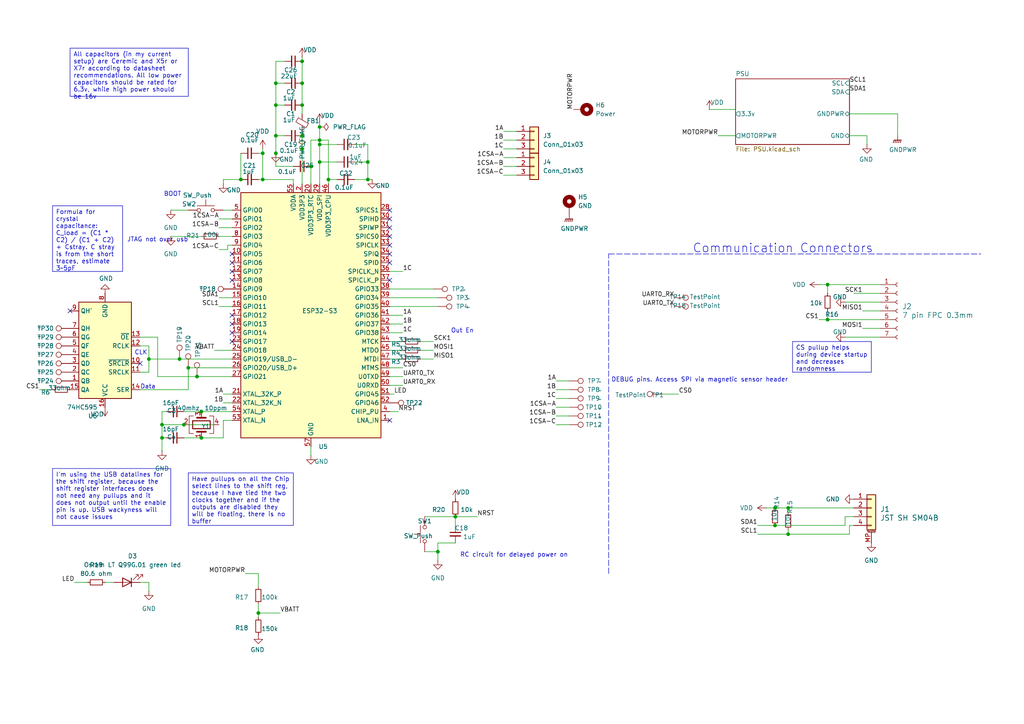
<source format=kicad_sch>
(kicad_sch (version 20231120) (generator "eeschema") (generator_version "8.0")
  (paper "A4")
  (title_block (date "2024-03-29") (rev "V1 Alpha"))
  (lib_symbols
    (symbol "74xx:74HC595"
      (property "Reference" "U" (at -7.62 13.97 0))
      (property "Value" "74HC595" (at -7.62 -16.51 0))
      (symbol "74HC595_1_0"
        (pin tri_state line (at 10.16 7.62 180) (length 2.54) (name "QB") (number "1"))
        (pin input line (at -10.16 2.54 0) (length 2.54) (name "~{SRCLR}") (number "10"))
        (pin input line (at -10.16 5.08 0) (length 2.54) (name "SRCLK") (number "11"))
        (pin input line (at -10.16 -2.54 0) (length 2.54) (name "RCLK") (number "12"))
        (pin input line (at -10.16 -5.08 0) (length 2.54) (name "~{OE}") (number "13"))
        (pin input line (at -10.16 10.16 0) (length 2.54) (name "SER") (number "14"))
        (pin tri_state line (at 10.16 10.16 180) (length 2.54) (name "QA") (number "15"))
        (pin power_in line (at 0 15.24 270) (length 2.54) (name "VCC") (number "16"))
        (pin tri_state line (at 10.16 5.08 180) (length 2.54) (name "QC") (number "2"))
        (pin tri_state line (at 10.16 2.54 180) (length 2.54) (name "QD") (number "3"))
        (pin tri_state line (at 10.16 0 180) (length 2.54) (name "QE") (number "4"))
        (pin tri_state line (at 10.16 -2.54 180) (length 2.54) (name "QF") (number "5"))
        (pin tri_state line (at 10.16 -5.08 180) (length 2.54) (name "QG") (number "6"))
        (pin tri_state line (at 10.16 -7.62 180) (length 2.54) (name "QH") (number "7"))
        (pin power_in line (at 0 -17.78 90) (length 2.54) (name "GND") (number "8"))
        (pin output line (at 10.16 -12.7 180) (length 2.54) (name "QH'") (number "9"))
      )
    )
    (symbol "Connector:Conn_01x07_Socket" (pin_names (offset 1.016) hide)
      (property "Reference" "J" (at 0 10.16 0))
      (property "Value" "Conn_01x07_Socket" (at 0 -10.16 0))
      (symbol "Conn_01x07_Socket_1_1"
        (pin passive line (at -5.08 7.62 0) (length 3.81) (name "Pin_1") (number "1"))
        (pin passive line (at -5.08 5.08 0) (length 3.81) (name "Pin_2") (number "2"))
        (pin passive line (at -5.08 2.54 0) (length 3.81) (name "Pin_3") (number "3"))
        (pin passive line (at -5.08 0 0) (length 3.81) (name "Pin_4") (number "4"))
        (pin passive line (at -5.08 -2.54 0) (length 3.81) (name "Pin_5") (number "5"))
        (pin passive line (at -5.08 -5.08 0) (length 3.81) (name "Pin_6") (number "6"))
        (pin passive line (at -5.08 -7.62 0) (length 3.81) (name "Pin_7") (number "7"))
      )
    )
    (symbol "Connector:TestPoint" (pin_numbers hide) (pin_names (offset 0.762) hide)
      (property "Reference" "TP" (at 0 6.858 0))
      (property "Value" "TestPoint" (at 0 5.08 0))
      (symbol "TestPoint_1_1"
        (pin passive line (at 0 0 90) (length 2.54) (name "1") (number "1"))
      )
    )
    (symbol "Connector_Generic:Conn_01x03" (pin_names (offset 1.016) hide)
      (property "Reference" "J" (at 0 5.08 0))
      (property "Value" "Conn_01x03" (at 0 -5.08 0))
      (symbol "Conn_01x03_1_1"
        (pin passive line (at -5.08 2.54 0) (length 3.81) (name "Pin_1") (number "1"))
        (pin passive line (at -5.08 0 0) (length 3.81) (name "Pin_2") (number "2"))
        (pin passive line (at -5.08 -2.54 0) (length 3.81) (name "Pin_3") (number "3"))
      )
    )
    (symbol "Connector_Generic_MountingPin:Conn_01x04_MountingPin" (pin_names (offset 1.016) hide)
      (property "Reference" "J" (at 0 5.08 0))
      (property "Value" "Conn_01x04_MountingPin" (at 1.27 -7.62 0))
      (symbol "Conn_01x04_MountingPin_1_1"
        (text "Mounting" (at 0 -6.731 0) (effects (font (size 0.381 0.381))))
        (pin passive line (at -5.08 2.54 0) (length 3.81) (name "Pin_1") (number "1"))
        (pin passive line (at -5.08 0 0) (length 3.81) (name "Pin_2") (number "2"))
        (pin passive line (at -5.08 -2.54 0) (length 3.81) (name "Pin_3") (number "3"))
        (pin passive line (at -5.08 -5.08 0) (length 3.81) (name "Pin_4") (number "4"))
        (pin passive line (at 0 -10.16 90) (length 3.048) (name "MountPin") (number "MP"))
      )
    )
    (symbol "Device:C_Small" (pin_numbers hide) (pin_names (offset 0.254) hide)
      (property "Reference" "C" (at 0.254 1.778 0))
      (property "Value" "C_Small" (at 0.254 -2.032 0))
      (symbol "C_Small_1_1"
        (pin passive line (at 0 2.54 270) (length 2.032) (name "~") (number "1"))
        (pin passive line (at 0 -2.54 90) (length 2.032) (name "~") (number "2"))
      )
    )
    (symbol "Device:Crystal_GND24" (pin_names (offset 1.016) hide)
      (property "Reference" "Y" (at 3.175 5.08 0))
      (property "Value" "Crystal_GND24" (at 3.175 3.175 0))
      (symbol "Crystal_GND24_1_1"
        (pin passive line (at -3.81 0 0) (length 1.27) (name "1") (number "1"))
        (pin passive line (at 0 5.08 270) (length 1.27) (name "2") (number "2"))
        (pin passive line (at 3.81 0 180) (length 1.27) (name "3") (number "3"))
        (pin passive line (at 0 -5.08 90) (length 1.27) (name "4") (number "4"))
      )
    )
    (symbol "Device:FerriteBead_Small" (pin_numbers hide) (pin_names (offset 0))
      (property "Reference" "FB" (at 1.905 1.27 0))
      (property "Value" "FerriteBead_Small" (at 1.905 -1.27 0))
      (symbol "FerriteBead_Small_1_1"
        (pin passive line (at 0 2.54 270) (length 1.27) (name "~") (number "1"))
        (pin passive line (at 0 -2.54 90) (length 1.27) (name "~") (number "2"))
      )
    )
    (symbol "Device:LED" (pin_numbers hide) (pin_names (offset 1.016) hide)
      (property "Reference" "D" (at 0 2.54 0))
      (property "Value" "LED" (at 0 -2.54 0))
      (symbol "LED_1_1"
        (pin passive line (at -3.81 0 0) (length 2.54) (name "K") (number "1"))
        (pin passive line (at 3.81 0 180) (length 2.54) (name "A") (number "2"))
      )
    )
    (symbol "Device:R_Small" (pin_numbers hide) (pin_names (offset 0.254) hide)
      (property "Reference" "R" (at 0.762 0.508 0))
      (property "Value" "R_Small" (at 0.762 -1.016 0))
      (symbol "R_Small_1_1"
        (pin passive line (at 0 2.54 270) (length 0.762) (name "~") (number "1"))
        (pin passive line (at 0 -2.54 90) (length 0.762) (name "~") (number "2"))
      )
    )
    (symbol "MCU_Espressif:ESP32-S3"
      (property "Reference" "U" (at 10.16 -38.1 0))
      (property "Value" "ESP32-S3" (at 13.97 -40.64 0))
      (symbol "ESP32-S3_1_0"
        (pin bidirectional line (at 22.86 12.7 180) (length 2.54) (name "SPICLK_N") (number "36"))
        (pin bidirectional line (at 22.86 -10.16 180) (length 2.54) (name "MTDO") (number "45"))
        (pin bidirectional line (at 22.86 -22.86 180) (length 2.54) (name "GPIO45") (number "51"))
        (pin passive line (at -5.08 38.1 270) (length 2.54) hide (name "VDDA") (number "56"))
      )
      (symbol "ESP32-S3_1_1"
        (pin bidirectional line (at 22.86 -30.48 180) (length 2.54) (name "LNA_IN") (number "1"))
        (pin bidirectional line (at -22.86 17.78 0) (length 2.54) (name "GPIO5") (number "10"))
        (pin bidirectional line (at -22.86 15.24 0) (length 2.54) (name "GPIO6") (number "11"))
        (pin bidirectional line (at -22.86 12.7 0) (length 2.54) (name "GPIO7") (number "12"))
        (pin bidirectional line (at -22.86 10.16 0) (length 2.54) (name "GPIO8") (number "13"))
        (pin bidirectional line (at -22.86 7.62 0) (length 2.54) (name "GPIO9") (number "14"))
        (pin bidirectional line (at -22.86 5.08 0) (length 2.54) (name "GPIO10") (number "15"))
        (pin bidirectional line (at -22.86 2.54 0) (length 2.54) (name "GPIO11") (number "16"))
        (pin bidirectional line (at -22.86 0 0) (length 2.54) (name "GPIO12") (number "17"))
        (pin bidirectional line (at -22.86 -2.54 0) (length 2.54) (name "GPIO13") (number "18"))
        (pin bidirectional line (at -22.86 -5.08 0) (length 2.54) (name "GPIO14") (number "19"))
        (pin power_in line (at -2.54 38.1 270) (length 2.54) (name "VDD3P3") (number "2"))
        (pin power_in line (at 0 38.1 270) (length 2.54) (name "VDD3P3_RTC") (number "20"))
        (pin passive line (at -22.86 -22.86 0) (length 2.54) (name "XTAL_32K_P") (number "21"))
        (pin passive line (at -22.86 -25.4 0) (length 2.54) (name "XTAL_32K_N") (number "22"))
        (pin bidirectional line (at -22.86 -7.62 0) (length 2.54) (name "GPIO17") (number "23"))
        (pin bidirectional line (at -22.86 -10.16 0) (length 2.54) (name "GPIO18") (number "24"))
        (pin bidirectional line (at -22.86 -12.7 0) (length 2.54) (name "GPIO19/USB_D-") (number "25"))
        (pin bidirectional line (at -22.86 -15.24 0) (length 2.54) (name "GPIO20/USB_D+") (number "26"))
        (pin bidirectional line (at -22.86 -17.78 0) (length 2.54) (name "GPIO21") (number "27"))
        (pin bidirectional line (at 22.86 30.48 180) (length 2.54) (name "SPICS1") (number "28"))
        (pin power_in line (at 2.54 38.1 270) (length 2.54) (name "VDD_SPI") (number "29"))
        (pin passive line (at -2.54 38.1 270) (length 2.54) hide (name "VDD3P3") (number "3"))
        (pin bidirectional line (at 22.86 27.94 180) (length 2.54) (name "SPIHD") (number "30"))
        (pin bidirectional line (at 22.86 25.4 180) (length 2.54) (name "SPIWP") (number "31"))
        (pin bidirectional line (at 22.86 22.86 180) (length 2.54) (name "SPICS0") (number "32"))
        (pin bidirectional line (at 22.86 20.32 180) (length 2.54) (name "SPICLK") (number "33"))
        (pin bidirectional line (at 22.86 17.78 180) (length 2.54) (name "SPIQ") (number "34"))
        (pin bidirectional line (at 22.86 15.24 180) (length 2.54) (name "SPID") (number "35"))
        (pin bidirectional line (at 22.86 10.16 180) (length 2.54) (name "SPICLK_P") (number "37"))
        (pin bidirectional line (at 22.86 7.62 180) (length 2.54) (name "GPIO33") (number "38"))
        (pin bidirectional line (at 22.86 5.08 180) (length 2.54) (name "GPIO34") (number "39"))
        (pin input line (at 22.86 -27.94 180) (length 2.54) (name "CHIP_PU") (number "4"))
        (pin bidirectional line (at 22.86 2.54 180) (length 2.54) (name "GPIO35") (number "40"))
        (pin bidirectional line (at 22.86 0 180) (length 2.54) (name "GPIO36") (number "41"))
        (pin bidirectional line (at 22.86 -2.54 180) (length 2.54) (name "GPIO37") (number "42"))
        (pin bidirectional line (at 22.86 -5.08 180) (length 2.54) (name "GPIO38") (number "43"))
        (pin bidirectional line (at 22.86 -7.62 180) (length 2.54) (name "MTCK") (number "44"))
        (pin power_in line (at 5.08 38.1 270) (length 2.54) (name "VDD3P3_CPU") (number "46"))
        (pin bidirectional line (at 22.86 -12.7 180) (length 2.54) (name "MTDI") (number "47"))
        (pin bidirectional line (at 22.86 -15.24 180) (length 2.54) (name "MTMS") (number "48"))
        (pin bidirectional line (at 22.86 -17.78 180) (length 2.54) (name "U0TXD") (number "49"))
        (pin bidirectional line (at -22.86 30.48 0) (length 2.54) (name "GPIO0") (number "5"))
        (pin bidirectional line (at 22.86 -20.32 180) (length 2.54) (name "U0RXD") (number "50"))
        (pin bidirectional line (at 22.86 -25.4 180) (length 2.54) (name "GPIO46") (number "52"))
        (pin output line (at -22.86 -30.48 0) (length 2.54) (name "XTAL_N") (number "53"))
        (pin input line (at -22.86 -27.94 0) (length 2.54) (name "XTAL_P") (number "54"))
        (pin power_in line (at -5.08 38.1 270) (length 2.54) (name "VDDA") (number "55"))
        (pin power_in line (at 0 -38.1 90) (length 2.54) (name "GND") (number "57"))
        (pin bidirectional line (at -22.86 27.94 0) (length 2.54) (name "GPIO1") (number "6"))
        (pin bidirectional line (at -22.86 25.4 0) (length 2.54) (name "GPIO2") (number "7"))
        (pin bidirectional line (at -22.86 22.86 0) (length 2.54) (name "GPIO3") (number "8"))
        (pin bidirectional line (at -22.86 20.32 0) (length 2.54) (name "GPIO4") (number "9"))
      )
    )
    (symbol "Mechanical:MountingHole_Pad" (pin_numbers hide) (pin_names (offset 1.016) hide) (exclude_from_sim yes) (in_bom no)
      (property "Reference" "H" (at 0 6.35 0))
      (property "Value" "MountingHole_Pad" (at 0 4.445 0))
      (symbol "MountingHole_Pad_1_1"
        (pin input line (at 0 -2.54 90) (length 2.54) (name "1") (number "1"))
      )
    )
    (symbol "Switch:SW_Push" (pin_numbers hide) (pin_names (offset 1.016) hide)
      (property "Reference" "SW" (at 1.27 2.54 0))
      (property "Value" "SW_Push" (at 0 -1.524 0))
      (symbol "SW_Push_0_1"
        (pin passive line (at -5.08 0 0) (length 2.54) (name "1") (number "1"))
        (pin passive line (at 5.08 0 180) (length 2.54) (name "2") (number "2"))
      )
    )
    (symbol "power:GND" (power) (pin_numbers hide) (pin_names (offset 0) hide)
      (property "Value" "GND" (at 0 -3.81 0))
      (symbol "GND_1_1"
        (pin power_in line (at 0 0 270) (length 0) (name "~") (number "1"))
      )
    )
    (symbol "power:GNDPWR" (power) (pin_numbers hide) (pin_names (offset 0) hide)
      (property "Value" "GNDPWR" (at 0 -3.302 0))
      (symbol "GNDPWR_1_1"
        (pin power_in line (at 0 0 270) (length 0) (name "~") (number "1"))
      )
    )
    (symbol "power:PWR_FLAG" (power) (pin_numbers hide) (pin_names (offset 0) hide)
      (property "Value" "PWR_FLAG" (at 0 3.81 0))
      (symbol "PWR_FLAG_0_0"
        (pin power_out line (at 0 0 90) (length 0) (name "~") (number "1"))
      )
    )
    (symbol "power:VDD" (power) (pin_numbers hide) (pin_names (offset 0) hide)
      (property "Value" "VDD" (at 0 3.556 0))
      (symbol "VDD_1_1"
        (pin power_in line (at 0 0 90) (length 0) (name "~") (number "1"))
      )
    )
  )
  (junction (at 228.6 147.32))
  (junction (at 76.2 52.07))
  (junction (at 127 160.02))
  (junction (at 43.18 104.14))
  (junction (at 69.85 52.07))
  (junction (at 58.42 119.38))
  (junction (at 92.71 41.91))
  (junction (at 74.93 177.8))
  (junction (at 92.71 36.83))
  (junction (at 53.34 123.19))
  (junction (at 54.61 106.68))
  (junction (at 92.71 40.64))
  (junction (at 106.68 52.07))
  (junction (at 80.01 24.13))
  (junction (at 87.63 30.48))
  (junction (at 87.63 43.18))
  (junction (at 240.03 82.55))
  (junction (at 87.63 39.37))
  (junction (at 132.08 149.86))
  (junction (at 90.17 48.26))
  (junction (at 80.01 44.45))
  (junction (at 224.79 152.4))
  (junction (at 76.2 44.45))
  (junction (at 228.6 154.94))
  (junction (at 240.03 92.71))
  (junction (at 95.25 52.07))
  (junction (at 87.63 24.13))
  (junction (at 106.68 46.99))
  (junction (at 46.99 123.19))
  (junction (at 57.15 109.22))
  (junction (at 92.71 46.99))
  (junction (at 58.42 127))
  (junction (at 52.07 104.14))
  (junction (at 80.01 30.48))
  (junction (at 80.01 39.37))
  (junction (at 46.99 127))
  (junction (at 87.63 17.78))
  (junction (at 224.79 147.32))
  (no_connect (at 113.03 121.92))
  (no_connect (at 113.03 81.28))
  (no_connect (at 67.31 73.66))
  (no_connect (at 113.03 68.58))
  (no_connect (at 67.31 96.52))
  (no_connect (at 67.31 99.06))
  (no_connect (at 113.03 71.12))
  (no_connect (at 113.03 63.5))
  (no_connect (at 67.31 76.2))
  (no_connect (at 113.03 76.2))
  (no_connect (at 20.32 90.17))
  (no_connect (at 67.31 93.98))
  (no_connect (at 113.03 66.04))
  (no_connect (at 113.03 60.96))
  (no_connect (at 113.03 73.66))
  (no_connect (at 40.64 105.41))
  (no_connect (at 67.31 91.44))
  (no_connect (at 67.31 81.28))
  (no_connect (at 67.31 78.74))
  (wire (pts (xy 53.34 127) (xy 58.42 127)))
  (wire (pts (xy 30.48 168.91) (xy 33.02 168.91)))
  (wire (pts (xy 113.03 101.6) (xy 116.84 101.6)))
  (wire (pts (xy 116.84 78.74) (xy 113.03 78.74)))
  (wire (pts (xy 40.64 168.91) (xy 43.18 168.91)))
  (wire (pts (xy 90.17 40.64) (xy 90.17 48.26)))
  (wire (pts (xy 64.77 52.07) (xy 69.85 52.07)))
  (wire (pts (xy 222.25 147.32) (xy 224.79 147.32)))
  (wire (pts (xy 67.31 88.9) (xy 63.5 88.9)))
  (wire (pts (xy 97.79 41.91) (xy 92.71 41.91)))
  (wire (pts (xy 57.15 109.22) (xy 67.31 109.22)))
  (wire (pts (xy 46.99 127) (xy 48.26 127)))
  (wire (pts (xy 240.03 82.55) (xy 240.03 85.09)))
  (wire (pts (xy 246.38 33.02) (xy 260.35 33.02)))
  (wire (pts (xy 146.05 43.18) (xy 149.86 43.18)))
  (wire (pts (xy 80.01 17.78) (xy 80.01 24.13)))
  (wire (pts (xy 87.63 17.78) (xy 87.63 24.13)))
  (wire (pts (xy 228.6 154.94) (xy 246.38 154.94)))
  (wire (pts (xy 46.99 119.38) (xy 46.99 123.19)))
  (wire (pts (xy 127 88.9) (xy 113.03 88.9)))
  (wire (pts (xy 90.17 48.26) (xy 90.17 53.34)))
  (wire (pts (xy 92.71 46.99) (xy 92.71 53.34)))
  (wire (pts (xy 97.79 46.99) (xy 92.71 46.99)))
  (wire (pts (xy 92.71 41.91) (xy 92.71 46.99)))
  (wire (pts (xy 40.64 113.03) (xy 54.61 113.03)))
  (wire (pts (xy 74.93 44.45) (xy 76.2 44.45)))
  (wire (pts (xy 43.18 100.33) (xy 43.18 104.14)))
  (wire (pts (xy 146.05 40.64) (xy 149.86 40.64)))
  (wire (pts (xy 161.29 110.49) (xy 165.1 110.49)))
  (wire (pts (xy 85.09 48.26) (xy 80.01 48.26)))
  (wire (pts (xy 127 157.48) (xy 127 160.02)))
  (wire (pts (xy 102.87 52.07) (xy 106.68 52.07)))
  (wire (pts (xy 146.05 45.72) (xy 149.86 45.72)))
  (wire (pts (xy 237.49 82.55) (xy 240.03 82.55)))
  (wire (pts (xy 87.63 33.02) (xy 87.63 30.48)))
  (wire (pts (xy 106.68 41.91) (xy 106.68 46.99)))
  (wire (pts (xy 224.79 147.32) (xy 228.6 147.32)))
  (wire (pts (xy 247.65 152.4) (xy 246.38 152.4)))
  (wire (pts (xy 95.25 40.64) (xy 92.71 40.64)))
  (wire (pts (xy 247.65 85.09) (xy 255.27 85.09)))
  (wire (pts (xy 76.2 44.45) (xy 76.2 43.18)))
  (wire (pts (xy 115.57 119.38) (xy 113.03 119.38)))
  (wire (pts (xy 240.03 92.71) (xy 255.27 92.71)))
  (wire (pts (xy 107.95 52.07) (xy 106.68 52.07)))
  (wire (pts (xy 76.2 44.45) (xy 76.2 52.07)))
  (wire (pts (xy 63.5 72.39) (xy 66.04 72.39)))
  (wire (pts (xy 250.19 95.25) (xy 255.27 95.25)))
  (wire (pts (xy 95.25 40.64) (xy 95.25 52.07)))
  (wire (pts (xy 113.03 99.06) (xy 116.84 99.06)))
  (wire (pts (xy 80.01 24.13) (xy 80.01 30.48)))
  (wire (pts (xy 106.68 46.99) (xy 106.68 52.07)))
  (wire (pts (xy 74.93 52.07) (xy 76.2 52.07)))
  (wire (pts (xy 45.72 109.22) (xy 57.15 109.22)))
  (wire (pts (xy 161.29 113.03) (xy 165.1 113.03)))
  (wire (pts (xy 87.63 43.18) (xy 87.63 53.34)))
  (wire (pts (xy 85.09 53.34) (xy 85.09 52.07)))
  (wire (pts (xy 161.29 120.65) (xy 165.1 120.65)))
  (wire (pts (xy 132.08 157.48) (xy 127 157.48)))
  (polyline (pts (xy 176.53 166.37) (xy 176.53 73.66)) (stroke (width 0) (type dash)))
  (wire (pts (xy 64.77 60.96) (xy 67.31 60.96)))
  (wire (pts (xy 92.71 35.56) (xy 92.71 36.83)))
  (wire (pts (xy 92.71 40.64) (xy 92.71 41.91)))
  (wire (pts (xy 102.87 41.91) (xy 106.68 41.91)))
  (wire (pts (xy 123.19 160.02) (xy 127 160.02)))
  (wire (pts (xy 113.03 104.14) (xy 116.84 104.14)))
  (wire (pts (xy 74.93 177.8) (xy 74.93 179.07)))
  (wire (pts (xy 58.42 119.38) (xy 67.31 119.38)))
  (wire (pts (xy 64.77 121.92) (xy 64.77 127)))
  (wire (pts (xy 63.5 66.04) (xy 67.31 66.04)))
  (wire (pts (xy 161.29 115.57) (xy 165.1 115.57)))
  (wire (pts (xy 246.38 152.4) (xy 246.38 154.94)))
  (wire (pts (xy 62.23 101.6) (xy 67.31 101.6)))
  (wire (pts (xy 146.05 48.26) (xy 149.86 48.26)))
  (wire (pts (xy 80.01 24.13) (xy 82.55 24.13)))
  (wire (pts (xy 246.38 39.37) (xy 251.46 39.37)))
  (wire (pts (xy 132.08 149.86) (xy 138.43 149.86)))
  (wire (pts (xy 251.46 39.37) (xy 251.46 41.91)))
  (wire (pts (xy 90.17 132.08) (xy 90.17 129.54)))
  (wire (pts (xy 87.63 38.1) (xy 87.63 39.37)))
  (wire (pts (xy 92.71 36.83) (xy 92.71 40.64)))
  (wire (pts (xy 40.64 107.95) (xy 43.18 107.95)))
  (wire (pts (xy 43.18 104.14) (xy 52.07 104.14)))
  (wire (pts (xy 247.65 149.86) (xy 245.11 149.86)))
  (wire (pts (xy 228.6 154.94) (xy 228.6 153.67)))
  (wire (pts (xy 127 160.02) (xy 127 162.56)))
  (wire (pts (xy 21.59 168.91) (xy 25.4 168.91)))
  (wire (pts (xy 46.99 119.38) (xy 48.26 119.38)))
  (wire (pts (xy 102.87 46.99) (xy 106.68 46.99)))
  (wire (pts (xy 116.84 96.52) (xy 113.03 96.52)))
  (wire (pts (xy 49.53 68.58) (xy 58.42 68.58)))
  (wire (pts (xy 87.63 24.13) (xy 87.63 30.48)))
  (wire (pts (xy 161.29 118.11) (xy 165.1 118.11)))
  (wire (pts (xy 80.01 30.48) (xy 80.01 39.37)))
  (wire (pts (xy 245.11 149.86) (xy 245.11 152.4)))
  (wire (pts (xy 87.63 16.51) (xy 87.63 17.78)))
  (wire (pts (xy 40.64 97.79) (xy 45.72 97.79)))
  (wire (pts (xy 245.11 87.63) (xy 255.27 87.63)))
  (wire (pts (xy 208.28 39.37) (xy 213.36 39.37)))
  (wire (pts (xy 125.73 99.06) (xy 121.92 99.06)))
  (wire (pts (xy 116.84 93.98) (xy 113.03 93.98)))
  (wire (pts (xy 40.64 100.33) (xy 43.18 100.33)))
  (wire (pts (xy 64.77 116.84) (xy 67.31 116.84)))
  (wire (pts (xy 114.3 114.3) (xy 113.03 114.3)))
  (wire (pts (xy 71.12 166.37) (xy 74.93 166.37)))
  (wire (pts (xy 53.34 123.19) (xy 63.5 123.19)))
  (wire (pts (xy 146.05 50.8) (xy 149.86 50.8)))
  (wire (pts (xy 46.99 123.19) (xy 46.99 127)))
  (wire (pts (xy 116.84 109.22) (xy 113.03 109.22)))
  (wire (pts (xy 43.18 104.14) (xy 43.18 107.95)))
  (wire (pts (xy 11.43 113.03) (xy 15.24 113.03)))
  (wire (pts (xy 64.77 127) (xy 58.42 127)))
  (wire (pts (xy 224.79 152.4) (xy 245.11 152.4)))
  (wire (pts (xy 45.72 97.79) (xy 45.72 109.22)))
  (wire (pts (xy 116.84 111.76) (xy 113.03 111.76)))
  (wire (pts (xy 205.74 31.75) (xy 213.36 31.75)))
  (wire (pts (xy 240.03 82.55) (xy 255.27 82.55)))
  (wire (pts (xy 74.93 166.37) (xy 74.93 170.18)))
  (polyline (pts (xy 176.53 73.66) (xy 284.48 73.66)) (stroke (width 0) (type dash)))
  (wire (pts (xy 95.25 52.07) (xy 95.25 53.34)))
  (wire (pts (xy 87.63 39.37) (xy 87.63 43.18)))
  (wire (pts (xy 63.5 68.58) (xy 67.31 68.58)))
  (wire (pts (xy 127 86.36) (xy 113.03 86.36)))
  (wire (pts (xy 213.36 31.75) (xy 213.36 33.02)))
  (wire (pts (xy 66.04 72.39) (xy 66.04 71.12)))
  (wire (pts (xy 80.01 39.37) (xy 80.01 44.45)))
  (wire (pts (xy 54.61 106.68) (xy 67.31 106.68)))
  (wire (pts (xy 52.07 104.14) (xy 67.31 104.14)))
  (wire (pts (xy 219.71 154.94) (xy 228.6 154.94)))
  (wire (pts (xy 228.6 147.32) (xy 228.6 148.59)))
  (wire (pts (xy 53.34 119.38) (xy 58.42 119.38)))
  (wire (pts (xy 121.92 101.6) (xy 125.73 101.6)))
  (wire (pts (xy 97.79 52.07) (xy 95.25 52.07)))
  (wire (pts (xy 43.18 168.91) (xy 43.18 171.45)))
  (wire (pts (xy 82.55 30.48) (xy 80.01 30.48)))
  (wire (pts (xy 80.01 44.45) (xy 80.01 48.26)))
  (wire (pts (xy 113.03 106.68) (xy 116.84 106.68)))
  (wire (pts (xy 121.92 104.14) (xy 125.73 104.14)))
  (wire (pts (xy 64.77 53.34) (xy 64.77 52.07)))
  (wire (pts (xy 74.93 175.26) (xy 74.93 177.8)))
  (wire (pts (xy 245.11 97.79) (xy 255.27 97.79)))
  (wire (pts (xy 146.05 38.1) (xy 149.86 38.1)))
  (wire (pts (xy 82.55 17.78) (xy 80.01 17.78)))
  (wire (pts (xy 196.85 114.3) (xy 191.77 114.3)))
  (wire (pts (xy 69.85 44.45) (xy 69.85 52.07)))
  (wire (pts (xy 132.08 149.86) (xy 132.08 152.4)))
  (wire (pts (xy 54.61 106.68) (xy 54.61 113.03)))
  (wire (pts (xy 80.01 39.37) (xy 82.55 39.37)))
  (wire (pts (xy 161.29 123.19) (xy 165.1 123.19)))
  (wire (pts (xy 228.6 147.32) (xy 247.65 147.32)))
  (wire (pts (xy 76.2 52.07) (xy 85.09 52.07)))
  (wire (pts (xy 49.53 60.96) (xy 54.61 60.96)))
  (wire (pts (xy 250.19 90.17) (xy 255.27 90.17)))
  (wire (pts (xy 125.73 83.82) (xy 113.03 83.82)))
  (wire (pts (xy 66.04 71.12) (xy 67.31 71.12)))
  (wire (pts (xy 260.35 39.37) (xy 260.35 33.02)))
  (wire (pts (xy 219.71 152.4) (xy 224.79 152.4)))
  (wire (pts (xy 63.5 63.5) (xy 67.31 63.5)))
  (wire (pts (xy 123.19 149.86) (xy 132.08 149.86)))
  (wire (pts (xy 46.99 127) (xy 46.99 130.81)))
  (wire (pts (xy 74.93 177.8) (xy 81.28 177.8)))
  (wire (pts (xy 240.03 90.17) (xy 240.03 92.71)))
  (wire (pts (xy 46.99 123.19) (xy 53.34 123.19)))
  (wire (pts (xy 90.17 40.64) (xy 92.71 40.64)))
  (wire (pts (xy 237.49 92.71) (xy 240.03 92.71)))
  (wire (pts (xy 64.77 114.3) (xy 67.31 114.3)))
  (wire (pts (xy 116.84 91.44) (xy 113.03 91.44)))
  (wire (pts (xy 67.31 86.36) (xy 63.5 86.36)))
  (wire (pts (xy 67.31 121.92) (xy 64.77 121.92)))
  (text_box "CS pullup helps during device startup and decreases randomness" (at 229.87 99.06 0) (size 22.86 8.89) (effects (font (size 1.27 1.27)) (justify left top)))
  (text_box "All capacitors (in my current setup) are Ceremic and X5r or X7r according to datasheet recommendations. All low power capacitors should be rated for 6.3v, while high power should be 16v" (at 20.32 13.97 0) (size 34.29 13.97) (effects (font (size 1.27 1.27)) (justify left top)))
  (text_box "Formula for crystal capacitance: C_load = (C1 * C2) / (C1 + C2) + Cstray. C stray is from the short traces, estimate 3~5pF" (at 15.24 59.69 0) (size 20.32 19.05) (effects (font (size 1.27 1.27)) (justify left top)))
  (text_box "Have pullups on all the Chip select lines to the shift reg, because I have tied the two clocks together and if the outputs are disabled they will be floating, there is no buffer" (at 54.61 137.16 0) (size 30.48 15.24) (effects (font (size 1.27 1.27)) (justify left top)))
  (text_box "I'm using the USB datalines for the shift register, because the shift register interfaces does not need any pullups and it does not output until the enable pin is up. USB wackyness will not cause issues" (at 15.24 135.89 0) (size 34.29 16.51) (effects (font (size 1.27 1.27)) (justify left top)))
  (text "Communication Connectors" (at 227.076 72.136 0) (effects (font (size 2.54 2.54))))
  (text "JTAG not over usb" (at 45.72 69.596 0) (effects (font (size 1.27 1.27))))
  (text "RC circuit for delayed power on" (at 149.098 161.036 0) (effects (font (size 1.27 1.27))))
  (text "Data" (at 42.926 112.268 0) (effects (font (size 1.27 1.27))))
  (text "BOOT" (at 50.038 56.388 0) (effects (font (size 1.27 1.27))))
  (text "CLK" (at 40.894 102.362 0) (effects (font (size 1.27 1.27))))
  (text "DEBUG pins. Access SPI via magnetic sensor header" (at 202.946 110.236 0) (effects (font (size 1.27 1.27))))
  (text "Out En" (at 134.112 96.012 0) (effects (font (size 1.27 1.27))))
  (label "VBATT" (at 81.28 177.8 0))
  (label "VBATT" (at 62.23 101.6 180))
  (label "SDA1" (at 63.5 86.36 180))
  (label "LED" (at 21.59 168.91 180))
  (label "UART0_TX" (at 116.84 109.22 0))
  (label "SCL1" (at 63.5 88.9 180))
  (label "CS0" (at 116.84 106.68 0))
  (label "CS1" (at 11.43 113.03 180))
  (label "1CSA-B" (at 63.5 66.04 180))
  (label "1B" (at 161.29 113.03 180))
  (label "UART0_RX" (at 195.58 86.36 180))
  (label "UART0_RX" (at 116.84 111.76 0))
  (label "SCK1" (at 250.19 85.09 180))
  (label "1A" (at 161.29 110.49 180))
  (label "1B" (at 64.77 116.84 180))
  (label "MOTORPWR" (at 166.37 31.75 90))
  (label "1B" (at 116.84 93.98 0))
  (label "SCL1" (at 219.71 154.94 180))
  (label "SCL1" (at 246.38 24.13 0))
  (label "1CSA-A" (at 161.29 118.11 180))
  (label "NRST" (at 138.43 149.86 0))
  (label "1B" (at 146.05 40.64 180))
  (label "1C" (at 161.29 115.57 180))
  (label "1CSA-B" (at 146.05 48.26 180))
  (label "1CSA-C" (at 63.5 72.39 180))
  (label "1C" (at 146.05 43.18 180))
  (label "SDA1" (at 246.38 26.67 0))
  (label "MOTORPWR" (at 71.12 166.37 180))
  (label "1CSA-A" (at 63.5 63.5 180))
  (label "CS1" (at 237.49 92.71 180))
  (label "CS0" (at 196.85 114.3 0))
  (label "MISO1" (at 250.19 90.17 180))
  (label "UART0_TX" (at 195.58 88.9 180))
  (label "1A" (at 116.84 91.44 0))
  (label "1C" (at 116.84 78.74 0))
  (label "1CSA-C" (at 161.29 123.19 180))
  (label "MISO1" (at 125.73 104.14 0))
  (label "1C" (at 116.84 96.52 0))
  (label "1A" (at 64.77 114.3 180))
  (label "MOSI1" (at 125.73 101.6 0))
  (label "SCK1" (at 125.73 99.06 0))
  (label "1CSA-B" (at 161.29 120.65 180))
  (label "1CSA-C" (at 146.05 50.8 180))
  (label "1A" (at 146.05 38.1 180))
  (label "MOTORPWR" (at 208.28 39.37 180))
  (label "NRST" (at 115.57 119.38 0))
  (label "1CSA-A" (at 146.05 45.72 180))
  (label "SDA1" (at 219.71 152.4 180))
  (label "MOSI1" (at 250.19 95.25 180))
  (label "LED" (at 114.3 114.3 0))
  (symbol (lib_id "Device:C_Small") (at 72.39 52.07 90) (unit 1)
    (property "Reference" "C21" (at 72.39 48.006 90))
    (property "Value" "1uF" (at 72.136 49.784 90))
    (property "Footprint" "Capacitor_SMD:C_0603_1608Metric" (effects (hide yes)))
    (property "Description" "Unpolarized capacitor, small symbol" (effects (hide yes)))
  )
  (symbol (lib_id "Connector:TestPoint") (at 20.32 110.49 90) (unit 1)
    (property "Reference" "TP24" (at 13.208 110.49 90))
    (property "Value" "~" (at 11.43 110.236 90))
    (property "Footprint" "TestPoint:TestPoint_Pad_D1.0mm" (effects (hide yes)))
    (property "Description" "test point" (effects (hide yes)))
  )
  (symbol (lib_id "Connector:TestPoint") (at 67.31 83.82 90) (unit 1)
    (property "Reference" "TP18" (at 60.198 83.82 90))
    (property "Value" "~" (at 58.42 83.566 90))
    (property "Footprint" "TestPoint:TestPoint_Pad_D1.0mm" (effects (hide yes)))
    (property "Description" "test point" (effects (hide yes)))
  )
  (symbol (lib_id "power:VDD") (at 30.48 118.11 180) (unit 1)
    (property "Reference" "#PWR035" (effects (hide yes)))
    (property "Value" "VDD" (at 28.194 120.142 0))
    (property "Description" "Power symbol creates a global label with name \"VDD\"" (effects (hide yes)))
  )
  (symbol (lib_id "Device:C_Small") (at 87.63 48.26 270) (unit 1)
    (property "Reference" "C25" (at 89.154 48.006 90))
    (property "Value" "0.1uF" (at 83.312 49.784 90))
    (property "Footprint" "Capacitor_SMD:C_0603_1608Metric" (effects (hide yes)))
    (property "Description" "Unpolarized capacitor, small symbol" (effects (hide yes)))
  )
  (symbol (lib_id "Device:R_Small") (at 228.6 151.13 0) (unit 1)
    (property "Reference" "R15" (at 229.108 147.066 90))
    (property "Value" "10k" (at 228.6 150.622 90))
    (property "Footprint" "Resistor_SMD:R_0603_1608Metric" (effects (hide yes)))
    (property "Description" "Resistor, small symbol" (effects (hide yes)))
  )
  (symbol (lib_id "Device:R_Small") (at 240.03 87.63 0) (unit 1)
    (property "Reference" "R16" (at 241.3 91.186 0))
    (property "Value" "10k" (at 236.728 87.884 0))
    (property "Footprint" "Resistor_SMD:R_0603_1608Metric" (effects (hide yes)))
    (property "Description" "Resistor, small symbol" (effects (hide yes)))
  )
  (symbol (lib_id "power:GND") (at 49.53 60.96 0) (unit 1)
    (property "Reference" "#PWR032" (effects (hide yes)))
    (property "Value" "GND" (at 49.53 66.04 0))
    (property "Description" "Power symbol creates a global label with name \"GND\" , ground" (effects (hide yes)))
  )
  (symbol (lib_id "Mechanical:MountingHole_Pad") (at 165.1 59.69 0) (unit 1) (exclude_from_sim yes) (in_bom no)
    (property "Reference" "H5" (at 167.64 57.1499 0) (effects (justify left)))
    (property "Value" "GND" (at 167.64 59.6899 0) (effects (justify left)))
    (property "Footprint" "TestPoint:TestPoint_Pad_D2.0mm" (effects (hide yes)))
    (property "Description" "Mounting Hole with connection" (effects (hide yes)))
  )
  (symbol (lib_id "Connector:TestPoint") (at 165.1 120.65 270) (unit 1)
    (property "Reference" "TP11" (at 172.212 120.65 90))
    (property "Value" "~" (at 173.99 120.904 90))
    (property "Footprint" "TestPoint:TestPoint_Pad_D1.0mm" (effects (hide yes)))
    (property "Description" "test point" (effects (hide yes)))
  )
  (symbol (lib_id "Switch:SW_Push") (at 123.19 154.94 90) (unit 1)
    (property "Reference" "SW1" (at 121.158 151.13 90) (effects (justify right)))
    (property "Value" "SW_Push" (at 117.094 155.448 90) (effects (justify right)))
    (property "Footprint" "Button_Switch_SMD:SW_Push_1P1T_NO_CK_KMR2" (effects (hide yes)))
    (property "Description" "Push button switch, generic, two pins" (effects (hide yes)))
  )
  (symbol (lib_id "power:VDD") (at 92.71 35.56 0) (unit 1)
    (property "Reference" "#PWR04" (effects (hide yes)))
    (property "Value" "VDD" (at 94.996 33.528 0))
    (property "Description" "Power symbol creates a global label with name \"VDD\"" (effects (hide yes)))
  )
  (symbol (lib_id "Connector_Generic:Conn_01x03") (at 154.94 48.26 0) (unit 1)
    (property "Reference" "J4" (at 157.48 46.9899 0) (effects (justify left)))
    (property "Value" "Conn_01x03" (at 157.48 49.5299 0) (effects (justify left)))
    (property "Footprint" "Connector_PinHeader_1.27mm:PinHeader_1x03_P1.27mm_Vertical" (effects (hide yes)))
    (property "Description" "Generic connector, single row, 01x03, script generated (kicad-library-utils/schlib/autogen/connector/)" (effects (hide yes)))
  )
  (symbol (lib_id "power:GND") (at 247.65 144.78 270) (unit 1)
    (property "Reference" "#PWR014" (effects (hide yes)))
    (property "Value" "GND" (at 243.586 144.7799 90) (effects (justify right)))
    (property "Description" "Power symbol creates a global label with name \"GND\" , ground" (effects (hide yes)))
  )
  (symbol (lib_id "power:GND") (at 90.17 132.08 0) (unit 1)
    (property "Reference" "#PWR013" (effects (hide yes)))
    (property "Value" "GND" (at 93.218 133.858 0))
    (property "Description" "Power symbol creates a global label with name \"GND\" , ground" (effects (hide yes)))
  )
  (symbol (lib_id "power:GND") (at 74.93 184.15 0) (unit 1)
    (property "Reference" "#PWR026" (effects (hide yes)))
    (property "Value" "GND" (at 74.676 188.468 0))
    (property "Description" "Power symbol creates a global label with name \"GND\" , ground" (effects (hide yes)))
  )
  (symbol (lib_id "power:GND") (at 80.01 44.45 0) (unit 1)
    (property "Reference" "#PWR03" (effects (hide yes)))
    (property "Value" "GND" (at 83.058 46.228 0))
    (property "Description" "Power symbol creates a global label with name \"GND\" , ground" (effects (hide yes)))
  )
  (symbol (lib_id "Device:R_Small") (at 74.93 181.61 180) (unit 1)
    (property "Reference" "R18" (at 70.104 182.118 0))
    (property "Value" "150k" (at 78.232 182.372 0))
    (property "Footprint" "Resistor_SMD:R_0603_1608Metric" (effects (hide yes)))
    (property "Description" "Resistor, small symbol" (effects (hide yes)))
  )
  (symbol (lib_id "Connector_Generic:Conn_01x03") (at 154.94 40.64 0) (unit 1)
    (property "Reference" "J3" (at 157.48 39.3699 0) (effects (justify left)))
    (property "Value" "Conn_01x03" (at 157.48 41.9099 0) (effects (justify left)))
    (property "Footprint" "Connector_PinHeader_1.27mm:PinHeader_1x03_P1.27mm_Vertical" (effects (hide yes)))
    (property "Description" "Generic connector, single row, 01x03, script generated (kicad-library-utils/schlib/autogen/connector/)" (effects (hide yes)))
  )
  (symbol (lib_id "power:VDD") (at 237.49 82.55 90) (unit 1)
    (property "Reference" "#PWR017" (effects (hide yes)))
    (property "Value" "VDD" (at 233.68 82.5499 90) (effects (justify left)))
    (property "Description" "Power symbol creates a global label with name \"VDD\"" (effects (hide yes)))
  )
  (symbol (lib_id "power:GND") (at 30.48 85.09 180) (unit 1)
    (property "Reference" "#PWR036" (effects (hide yes)))
    (property "Value" "GND" (at 30.734 80.772 0))
    (property "Description" "Power symbol creates a global label with name \"GND\" , ground" (effects (hide yes)))
  )
  (symbol (lib_id "power:GND") (at 107.95 52.07 0) (unit 1)
    (property "Reference" "#PWR031" (effects (hide yes)))
    (property "Value" "GND" (at 110.998 53.848 0))
    (property "Description" "Power symbol creates a global label with name \"GND\" , ground" (effects (hide yes)))
  )
  (symbol (lib_id "Device:R_Small") (at 74.93 172.72 180) (unit 1)
    (property "Reference" "R17" (at 70.104 173.228 0))
    (property "Value" "100k" (at 78.232 173.228 0))
    (property "Footprint" "Resistor_SMD:R_0603_1608Metric" (effects (hide yes)))
    (property "Description" "Resistor, small symbol" (effects (hide yes)))
  )
  (symbol (lib_id "Device:C_Small") (at 72.39 44.45 90) (unit 1)
    (property "Reference" "C20" (at 73.152 39.116 90))
    (property "Value" "0.1uF" (at 72.3963 40.64 90))
    (property "Footprint" "Capacitor_SMD:C_0603_1608Metric" (effects (hide yes)))
    (property "Description" "Unpolarized capacitor, small symbol" (effects (hide yes)))
  )
  (symbol (lib_id "Device:R_Small") (at 132.08 147.32 180) (unit 1)
    (property "Reference" "R20" (at 127.254 147.828 0))
    (property "Value" "10k" (at 135.382 147.828 0))
    (property "Footprint" "Resistor_SMD:R_0603_1608Metric" (effects (hide yes)))
    (property "Description" "Resistor, small symbol" (effects (hide yes)))
  )
  (symbol (lib_id "Connector:TestPoint") (at 20.32 107.95 90) (unit 1)
    (property "Reference" "TP25" (at 13.208 107.95 90))
    (property "Value" "~" (at 11.43 107.696 90))
    (property "Footprint" "TestPoint:TestPoint_Pad_D1.0mm" (effects (hide yes)))
    (property "Description" "test point" (effects (hide yes)))
  )
  (symbol (lib_id "power:GND") (at 43.18 171.45 0) (unit 1)
    (property "Reference" "#PWR028" (effects (hide yes)))
    (property "Value" "GND" (at 43.18 176.53 0))
    (property "Description" "Power symbol creates a global label with name \"GND\" , ground" (effects (hide yes)))
  )
  (symbol (lib_id "Connector:TestPoint") (at 54.61 106.68 0) (unit 1)
    (property "Reference" "TP20" (at 54.61 99.568 90))
    (property "Value" "~" (at 54.864 97.79 90))
    (property "Footprint" "TestPoint:TestPoint_Pad_D1.0mm" (effects (hide yes)))
    (property "Description" "test point" (effects (hide yes)))
  )
  (symbol (lib_id "power:VDD") (at 222.25 147.32 90) (unit 1)
    (property "Reference" "#PWR015" (effects (hide yes)))
    (property "Value" "VDD" (at 218.44 147.3199 90) (effects (justify left)))
    (property "Description" "Power symbol creates a global label with name \"VDD\"" (effects (hide yes)))
  )
  (symbol (lib_id "Device:C_Small") (at 50.8 127 270) (unit 1)
    (property "Reference" "C4" (at 49.784 126.746 90))
    (property "Value" "16pF" (at 49.53 124.46 90))
    (property "Footprint" "Capacitor_SMD:C_0603_1608Metric_Pad1.08x0.95mm_HandSolder" (effects (hide yes)))
    (property "Description" "Unpolarized capacitor, small symbol" (effects (hide yes)))
  )
  (symbol (lib_id "Device:C_Small") (at 100.33 52.07 90) (unit 1)
    (property "Reference" "C22" (at 100.33 50.292 90))
    (property "Value" "0.1uF" (at 99.822 54.356 90))
    (property "Footprint" "Capacitor_SMD:C_0603_1608Metric" (effects (hide yes)))
    (property "Description" "Unpolarized capacitor, small symbol" (effects (hide yes)))
  )
  (symbol (lib_id "Device:FerriteBead_Small") (at 87.63 35.56 180) (unit 1)
    (property "Reference" "FB1" (at 88.9 35.052 0) (effects (justify right)))
    (property "Value" "120ohm imp @100mhz" (effects (hide yes)))
    (property "Footprint" "Inductor_SMD:L_0603_1608Metric" (effects (hide yes)))
    (property "Description" "Ferrite bead, small symbol" (effects (hide yes)))
  )
  (symbol (lib_id "Connector:TestPoint") (at 191.77 114.3 90) (unit 1)
    (property "Reference" "TP1" (at 190.754 114.554 90))
    (property "Value" "TestPoint" (at 182.88 114.554 90))
    (property "Footprint" "TestPoint:TestPoint_Pad_D1.0mm" (effects (hide yes)))
    (property "Description" "test point" (effects (hide yes)))
  )
  (symbol (lib_id "Connector:TestPoint") (at 165.1 115.57 270) (unit 1)
    (property "Reference" "TP9" (at 172.212 115.57 90))
    (property "Value" "~" (at 173.99 115.824 90))
    (property "Footprint" "TestPoint:TestPoint_Pad_D1.0mm" (effects (hide yes)))
    (property "Description" "test point" (effects (hide yes)))
  )
  (symbol (lib_id "power:GND") (at 245.11 97.79 270) (unit 1)
    (property "Reference" "#PWR016" (effects (hide yes)))
    (property "Value" "GND" (at 243.586 96.266 90))
    (property "Description" "Power symbol creates a global label with name \"GND\" , ground" (effects (hide yes)))
  )
  (symbol (lib_id "power:GND") (at 252.73 157.48 0) (unit 1)
    (property "Reference" "#PWR025" (effects (hide yes)))
    (property "Value" "GND" (at 252.73 162.56 0))
    (property "Description" "Power symbol creates a global label with name \"GND\" , ground" (effects (hide yes)))
  )
  (symbol (lib_id "Device:C_Small") (at 85.09 30.48 270) (unit 1)
    (property "Reference" "C1" (at 84.328 33.02 90))
    (property "Value" "1uF" (at 83.82 34.798 90))
    (property "Footprint" "Capacitor_SMD:C_0603_1608Metric" (effects (hide yes)))
    (property "Description" "Unpolarized capacitor, small symbol" (effects (hide yes)))
  )
  (symbol (lib_id "Connector:TestPoint") (at 125.73 83.82 270) (unit 1)
    (property "Reference" "TP2" (at 132.842 83.82 90))
    (property "Value" "~" (at 134.62 84.074 90))
    (property "Footprint" "TestPoint:TestPoint_Pad_D1.0mm" (effects (hide yes)))
    (property "Description" "test point" (effects (hide yes)))
  )
  (symbol (lib_id "Connector:TestPoint") (at 127 88.9 270) (unit 1)
    (property "Reference" "TP4" (at 134.112 88.9 90))
    (property "Value" "~" (at 135.89 89.154 90))
    (property "Footprint" "TestPoint:TestPoint_Pad_D1.0mm" (effects (hide yes)))
    (property "Description" "test point" (effects (hide yes)))
  )
  (symbol (lib_id "power:GNDPWR") (at 165.1 62.23 0) (unit 1)
    (property "Reference" "#PWR010" (effects (hide yes)))
    (property "Value" "GNDPWR" (at 166.624 66.294 0))
    (property "Description" "Power symbol creates a global label with name \"GNDPWR\" , global ground" (effects (hide yes)))
  )
  (symbol (lib_id "Device:C_Small") (at 100.33 41.91 90) (unit 1)
    (property "Reference" "C23" (at 102.616 39.878 90))
    (property "Value" "0.1uF" (at 103.632 42.164 90))
    (property "Footprint" "Capacitor_SMD:C_0603_1608Metric" (effects (hide yes)))
    (property "Description" "Unpolarized capacitor, small symbol" (effects (hide yes)))
  )
  (symbol (lib_id "Connector_Generic_MountingPin:Conn_01x04_MountingPin") (at 252.73 147.32 0) (unit 1)
    (property "Reference" "J1" (at 255.27 147.6755 0) (effects (font (size 1.524 1.524)) (justify left)))
    (property "Value" "JST SH SM04B" (at 255.27 150.2155 0) (effects (font (size 1.524 1.524)) (justify left)))
    (property "Footprint" "Connector_JST:JST_SH_SM04B-SRSS-TB_1x04-1MP_P1.00mm_Horizontal" (effects (hide yes)))
    (property "Description" "Generic connectable mounting pin connector, single row, 01x04, script generated (kicad-library-utils/schlib/autogen/connector/)" (effects (hide yes)))
  )
  (symbol (lib_id "Connector:TestPoint") (at 165.1 118.11 270) (unit 1)
    (property "Reference" "TP10" (at 172.212 118.11 90))
    (property "Value" "~" (at 173.99 118.364 90))
    (property "Footprint" "TestPoint:TestPoint_Pad_D1.0mm" (effects (hide yes)))
    (property "Description" "test point" (effects (hide yes)))
  )
  (symbol (lib_id "power:GND") (at 251.46 41.91 0) (unit 1)
    (property "Reference" "#PWR02" (effects (hide yes)))
    (property "Value" "GND" (at 251.206 46.228 0))
    (property "Description" "Power symbol creates a global label with name \"GND\" , ground" (effects (hide yes)))
  )
  (symbol (lib_id "Connector:TestPoint") (at 57.15 109.22 0) (unit 1)
    (property "Reference" "TP21" (at 57.404 101.346 90))
    (property "Value" "~" (at 57.404 100.33 90))
    (property "Footprint" "TestPoint:TestPoint_Pad_D1.0mm" (effects (hide yes)))
    (property "Description" "test point" (effects (hide yes)))
  )
  (symbol (lib_id "Connector:TestPoint") (at 52.07 104.14 0) (unit 1)
    (property "Reference" "TP19" (at 52.07 97.028 90))
    (property "Value" "~" (at 52.324 95.25 90))
    (property "Footprint" "TestPoint:TestPoint_Pad_D1.0mm" (effects (hide yes)))
    (property "Description" "test point" (effects (hide yes)))
  )
  (symbol (lib_id "Device:C_Small") (at 50.8 119.38 270) (unit 1)
    (property "Reference" "C3" (at 49.784 119.126 90))
    (property "Value" "16pF" (at 49.53 116.84 90))
    (property "Footprint" "Capacitor_SMD:C_0603_1608Metric_Pad1.08x0.95mm_HandSolder" (effects (hide yes)))
    (property "Description" "Unpolarized capacitor, small symbol" (effects (hide yes)))
  )
  (symbol (lib_id "Device:C_Small") (at 132.08 154.94 0) (unit 1)
    (property "Reference" "C18" (at 133.858 153.162 0))
    (property "Value" "1uF" (at 136.144 155.702 0))
    (property "Footprint" "Capacitor_SMD:C_0603_1608Metric_Pad1.08x0.95mm_HandSolder" (effects (hide yes)))
    (property "Description" "Unpolarized capacitor, small symbol" (effects (hide yes)))
  )
  (symbol (lib_id "Connector:TestPoint") (at 127 86.36 270) (unit 1)
    (property "Reference" "TP3" (at 134.112 86.36 90))
    (property "Value" "~" (at 135.89 86.614 90))
    (property "Footprint" "TestPoint:TestPoint_Pad_D1.0mm" (effects (hide yes)))
    (property "Description" "test point" (effects (hide yes)))
  )
  (symbol (lib_id "Connector:TestPoint") (at 20.32 95.25 90) (unit 1)
    (property "Reference" "TP30" (at 13.208 95.25 90))
    (property "Value" "~" (at 11.43 94.996 90))
    (property "Footprint" "TestPoint:TestPoint_Pad_D1.0mm" (effects (hide yes)))
    (property "Description" "test point" (effects (hide yes)))
  )
  (symbol (lib_id "Device:Crystal_GND24") (at 58.42 123.19 90) (unit 1)
    (property "Reference" "Y1" (at 59.69 123.698 90))
    (property "Value" "40mhz, 10ppm" (at 58.674 118.364 90))
    (property "Footprint" "Crystal:Crystal_SMD_3225-4Pin_3.2x2.5mm" (effects (hide yes)))
    (property "Description" "Four pin crystal, GND on pins 2 and 4" (effects (hide yes)))
  )
  (symbol (lib_id "Connector:TestPoint") (at 113.03 116.84 270) (unit 1)
    (property "Reference" "TP22" (at 120.142 116.84 90))
    (property "Value" "~" (at 121.92 117.094 90))
    (property "Footprint" "TestPoint:TestPoint_Pad_D1.0mm" (effects (hide yes)))
    (property "Description" "test point" (effects (hide yes)))
  )
  (symbol (lib_id "Mechanical:MountingHole_Pad") (at 168.91 31.75 270) (unit 1) (exclude_from_sim yes) (in_bom no)
    (property "Reference" "H6" (at 172.72 30.4799 90) (effects (justify left)))
    (property "Value" "Power" (at 172.72 33.0199 90) (effects (justify left)))
    (property "Footprint" "TestPoint:TestPoint_Pad_D2.0mm" (effects (hide yes)))
    (property "Description" "Mounting Hole with connection" (effects (hide yes)))
  )
  (symbol (lib_id "power:VDD") (at 76.2 43.18 0) (unit 1)
    (property "Reference" "#PWR030" (effects (hide yes)))
    (property "Value" "VDD" (at 76.2 38.1 0))
    (property "Description" "Power symbol creates a global label with name \"VDD\"" (effects (hide yes)))
  )
  (symbol (lib_id "power:VDD") (at 87.63 16.51 0) (unit 1)
    (property "Reference" "#PWR023" (effects (hide yes)))
    (property "Value" "VDD" (at 89.916 14.478 0))
    (property "Description" "Power symbol creates a global label with name \"VDD\"" (effects (hide yes)))
  )
  (symbol (lib_id "Device:R_Small") (at 119.38 101.6 90) (unit 1)
    (property "Reference" "R4" (at 114.808 102.362 90))
    (property "Value" "33ohm" (at 118.872 101.092 90))
    (property "Footprint" "Resistor_SMD:R_0603_1608Metric" (effects (hide yes)))
    (property "Description" "Resistor, small symbol" (effects (hide yes)))
  )
  (symbol (lib_id "power:VDD") (at 205.74 31.75 0) (unit 1)
    (property "Reference" "#PWR034" (effects (hide yes)))
    (property "Value" "VDD" (at 208.026 29.718 0))
    (property "Description" "Power symbol creates a global label with name \"VDD\"" (effects (hide yes)))
  )
  (symbol (lib_id "Connector:TestPoint") (at 165.1 123.19 270) (unit 1)
    (property "Reference" "TP12" (at 172.212 123.19 90))
    (property "Value" "~" (at 173.99 123.444 90))
    (property "Footprint" "TestPoint:TestPoint_Pad_D1.0mm" (effects (hide yes)))
    (property "Description" "test point" (effects (hide yes)))
  )
  (symbol (lib_id "Connector:TestPoint") (at 165.1 110.49 270) (unit 1)
    (property "Reference" "TP7" (at 172.212 110.49 90))
    (property "Value" "~" (at 173.99 110.744 90))
    (property "Footprint" "TestPoint:TestPoint_Pad_D1.0mm" (effects (hide yes)))
    (property "Description" "test point" (effects (hide yes)))
  )
  (symbol (lib_id "power:GND") (at 64.77 53.34 0) (unit 1)
    (property "Reference" "#PWR029" (effects (hide yes)))
    (property "Value" "GND" (at 67.818 55.118 0))
    (property "Description" "Power symbol creates a global label with name \"GND\" , ground" (effects (hide yes)))
  )
  (symbol (lib_id "Connector:TestPoint") (at 195.58 88.9 270) (unit 1)
    (property "Reference" "TP15" (at 196.596 88.646 90))
    (property "Value" "TestPoint" (at 204.47 88.646 90))
    (property "Footprint" "TestPoint:TestPoint_Pad_D1.0mm" (effects (hide yes)))
    (property "Description" "test point" (effects (hide yes)))
  )
  (symbol (lib_id "Connector:TestPoint") (at 20.32 97.79 90) (unit 1)
    (property "Reference" "TP29" (at 13.208 97.79 90))
    (property "Value" "~" (at 11.43 97.536 90))
    (property "Footprint" "TestPoint:TestPoint_Pad_D1.0mm" (effects (hide yes)))
    (property "Description" "test point" (effects (hide yes)))
  )
  (symbol (lib_id "Connector:Conn_01x07_Socket") (at 260.35 90.17 0) (unit 1)
    (property "Reference" "J2" (at 261.62 88.8999 0) (effects (font (size 1.524 1.524)) (justify left)))
    (property "Value" "7 pin FPC 0.3mm" (at 261.62 91.4399 0) (effects (font (size 1.524 1.524)) (justify left)))
    (property "Footprint" "custom_Interface_HID:fpc_7pin_0.3mm_connector Panasonic" (effects (hide yes)))
    (property "Description" "Generic connector, single row, 01x07, script generated" (effects (hide yes)))
  )
  (symbol (lib_id "power:GND") (at 245.11 87.63 270) (unit 1)
    (property "Reference" "#PWR024" (effects (hide yes)))
    (property "Value" "GND" (at 243.586 86.106 90))
    (property "Description" "Power symbol creates a global label with name \"GND\" , ground" (effects (hide yes)))
  )
  (symbol (lib_id "power:PWR_FLAG") (at 92.71 36.83 270) (unit 1)
    (property "Reference" "#FLG03" (effects (hide yes)))
    (property "Value" "PWR_FLAG" (at 96.52 36.8299 90) (effects (justify left)))
    (property "Description" "Special symbol for telling ERC where power comes from" (effects (hide yes)))
  )
  (symbol (lib_id "power:GND") (at 49.53 68.58 0) (unit 1)
    (property "Reference" "#PWR033" (effects (hide yes)))
    (property "Value" "GND" (at 49.53 73.66 0))
    (property "Description" "Power symbol creates a global label with name \"GND\" , ground" (effects (hide yes)))
  )
  (symbol (lib_id "Connector:TestPoint") (at 195.58 86.36 270) (unit 1)
    (property "Reference" "TP14" (at 196.596 86.106 90))
    (property "Value" "TestPoint" (at 204.47 86.106 90))
    (property "Footprint" "TestPoint:TestPoint_Pad_D1.0mm" (effects (hide yes)))
    (property "Description" "test point" (effects (hide yes)))
  )
  (symbol (lib_id "Device:C_Small") (at 85.09 17.78 270) (unit 1)
    (property "Reference" "C26" (at 84.328 20.32 90))
    (property "Value" "22uF" (at 83.82 22.098 90))
    (property "Footprint" "Capacitor_SMD:C_0603_1608Metric" (effects (hide yes)))
    (property "Description" "Unpolarized capacitor, small symbol" (effects (hide yes)))
  )
  (symbol (lib_id "power:GND") (at 46.99 130.81 0) (unit 1)
    (property "Reference" "#PWR08" (effects (hide yes)))
    (property "Value" "GND" (at 46.99 135.89 0))
    (property "Description" "Power symbol creates a global label with name \"GND\" , ground" (effects (hide yes)))
  )
  (symbol (lib_id "Device:R_Small") (at 17.78 113.03 90) (unit 1)
    (property "Reference" "R6" (at 13.208 113.792 90))
    (property "Value" "33ohm" (at 17.272 112.522 90))
    (property "Footprint" "Resistor_SMD:R_0603_1608Metric" (effects (hide yes)))
    (property "Description" "Resistor, small symbol" (effects (hide yes)))
  )
  (symbol (lib_id "MCU_Espressif:ESP32-S3") (at 90.17 91.44 0) (unit 1)
    (property "Reference" "U5" (at 92.3641 129.54 0) (effects (justify left)))
    (property "Value" "ESP32-S3" (at 87.63 90.17 0) (effects (justify left)))
    (property "Footprint" "Package_DFN_QFN:QFN-56-1EP_7x7mm_P0.4mm_EP4x4mm" (effects (hide yes)))
    (property "Datasheet" "https://www.espressif.com/sites/default/files/documentation/esp32-s3_datasheet_en.pdf" (effects (hide yes)))
    (property "Description" "Microcontroller, Wi-Fi 802.11b/g/n, Bluetooth, 32bit" (effects (hide yes)))
  )
  (symbol (lib_id "power:VDD") (at 132.08 144.78 0) (unit 1)
    (property "Reference" "#PWR018" (effects (hide yes)))
    (property "Value" "VDD" (at 134.366 142.748 0))
    (property "Description" "Power symbol creates a global label with name \"VDD\"" (effects (hide yes)))
  )
  (symbol (lib_id "power:PWR_FLAG") (at 87.63 43.18 0) (unit 1)
    (property "Reference" "#FLG01" (effects (hide yes)))
    (property "Value" "PWR_FLAG" (at 87.63 41.402 90))
    (property "Description" "Special symbol for telling ERC where power comes from" (effects (hide yes)))
  )
  (symbol (lib_id "Device:C_Small") (at 100.33 46.99 90) (unit 1)
    (property "Reference" "C24" (at 103.378 46.99 90))
    (property "Value" "1uF" (at 103.124 45.466 90))
    (property "Footprint" "Capacitor_SMD:C_0603_1608Metric" (effects (hide yes)))
    (property "Description" "Unpolarized capacitor, small symbol" (effects (hide yes)))
  )
  (symbol (lib_id "Connector:TestPoint") (at 20.32 102.87 90) (unit 1)
    (property "Reference" "TP27" (at 13.208 102.87 90))
    (property "Value" "~" (at 11.43 102.616 90))
    (property "Footprint" "TestPoint:TestPoint_Pad_D1.0mm" (effects (hide yes)))
    (property "Description" "test point" (effects (hide yes)))
  )
  (symbol (lib_id "Device:C_Small") (at 85.09 39.37 270) (unit 1)
    (property "Reference" "C19" (at 84.328 41.91 90))
    (property "Value" "0.1uF" (at 83.82 43.688 90))
    (property "Footprint" "Capacitor_SMD:C_0603_1608Metric" (effects (hide yes)))
    (property "Description" "Unpolarized capacitor, small symbol" (effects (hide yes)))
  )
  (symbol (lib_id "Connector:TestPoint") (at 20.32 100.33 90) (unit 1)
    (property "Reference" "TP28" (at 13.208 100.33 90))
    (property "Value" "~" (at 11.43 100.076 90))
    (property "Footprint" "TestPoint:TestPoint_Pad_D1.0mm" (effects (hide yes)))
    (property "Description" "test point" (effects (hide yes)))
  )
  (symbol (lib_id "Device:C_Small") (at 85.09 24.13 270) (unit 1)
    (property "Reference" "C2" (at 84.328 26.67 90))
    (property "Value" "1uF" (at 83.82 28.448 90))
    (property "Footprint" "Capacitor_SMD:C_0603_1608Metric" (effects (hide yes)))
    (property "Description" "Unpolarized capacitor, small symbol" (effects (hide yes)))
  )
  (symbol (lib_id "Switch:SW_Push") (at 59.69 60.96 0) (unit 1)
    (property "Reference" "SW2" (at 56.896 59.182 0) (effects (justify right)))
    (property "Value" "SW_Push" (at 61.468 56.642 0) (effects (justify right)))
    (property "Footprint" "Button_Switch_SMD:SW_Push_1P1T_NO_CK_KMR2" (effects (hide yes)))
    (property "Description" "Push button switch, generic, two pins" (effects (hide yes)))
  )
  (symbol (lib_id "Device:R_Small") (at 224.79 149.86 0) (unit 1)
    (property "Reference" "R14" (at 225.298 145.796 90))
    (property "Value" "10k" (at 224.536 149.352 90))
    (property "Footprint" "Resistor_SMD:R_0603_1608Metric" (effects (hide yes)))
    (property "Description" "Resistor, small symbol" (effects (hide yes)))
  )
  (symbol (lib_id "Device:LED") (at 36.83 168.91 180) (unit 1)
    (property "Reference" "D3" (at 38.4175 161.29 0))
    (property "Value" "Osram LT Q99G.01 green led" (at 38.4175 163.83 0))
    (property "Footprint" "LED_SMD:LED_0603_1608Metric_Pad1.05x0.95mm_HandSolder" (effects (hide yes)))
    (property "Description" "Light emitting diode" (effects (hide yes)))
  )
  (symbol (lib_id "Connector:TestPoint") (at 20.32 105.41 90) (unit 1)
    (property "Reference" "TP26" (at 13.208 105.41 90))
    (property "Value" "~" (at 11.43 105.156 90))
    (property "Footprint" "TestPoint:TestPoint_Pad_D1.0mm" (effects (hide yes)))
    (property "Description" "test point" (effects (hide yes)))
  )
  (symbol (lib_id "Connector:TestPoint") (at 165.1 113.03 270) (unit 1)
    (property "Reference" "TP8" (at 172.212 113.03 90))
    (property "Value" "~" (at 173.99 113.284 90))
    (property "Footprint" "TestPoint:TestPoint_Pad_D1.0mm" (effects (hide yes)))
    (property "Description" "test point" (effects (hide yes)))
  )
  (symbol (lib_id "74xx:74HC595") (at 30.48 102.87 180) (unit 1)
    (property "Reference" "U6" (at 28.2859 120.65 0) (effects (justify left)))
    (property "Value" "74HC595" (at 28.2859 118.11 0) (effects (justify left)))
    (property "Footprint" "Package_DFN_QFN:DHVQFN-16-1EP_2.5x3.5mm_P0.5mm_EP1x2mm" (effects (hide yes)))
    (property "Datasheet" "http://www.ti.com/lit/ds/symlink/sn74hc595.pdf" (effects (hide yes)))
    (property "Description" "8-bit serial in/out Shift Register 3-State Outputs" (effects (hide yes)))
  )
  (symbol (lib_id "Device:R_Small") (at 27.94 168.91 90) (unit 1)
    (property "Reference" "R19" (at 27.94 163.83 90))
    (property "Value" "80.6 ohm" (at 27.94 166.37 90))
    (property "Footprint" "Resistor_SMD:R_0603_1608Metric" (effects (hide yes)))
    (property "Description" "Resistor, small symbol" (effects (hide yes)))
  )
  (symbol (lib_id "power:GNDPWR") (at 260.35 39.37 0) (unit 1)
    (property "Reference" "#PWR01" (effects (hide yes)))
    (property "Value" "GNDPWR" (at 261.874 43.434 0))
    (property "Description" "Power symbol creates a global label with name \"GNDPWR\" , global ground" (effects (hide yes)))
  )
  (symbol (lib_id "Device:R_Small") (at 60.96 68.58 270) (unit 1)
    (property "Reference" "R21" (at 57.912 68.326 90) (effects (justify right)))
    (property "Value" "100k" (at 63.754 68.072 90) (effects (justify right)))
    (property "Footprint" "Resistor_SMD:R_0603_1608Metric" (effects (hide yes)))
    (property "Description" "Resistor, small symbol" (effects (hide yes)))
  )
  (symbol (lib_id "Device:R_Small") (at 119.38 99.06 90) (unit 1)
    (property "Reference" "R5" (at 114.808 99.822 90))
    (property "Value" "33ohm" (at 118.872 98.552 90))
    (property "Footprint" "Resistor_SMD:R_0603_1608Metric" (effects (hide yes)))
    (property "Description" "Resistor, small symbol" (effects (hide yes)))
  )
  (symbol (lib_id "Device:R_Small") (at 119.38 104.14 90) (unit 1)
    (property "Reference" "R3" (at 114.808 104.902 90))
    (property "Value" "33ohm" (at 118.872 103.632 90))
    (property "Footprint" "Resistor_SMD:R_0603_1608Metric" (effects (hide yes)))
    (property "Description" "Resistor, small symbol" (effects (hide yes)))
  )
  (symbol (lib_id "power:GND") (at 127 162.56 0) (unit 1)
    (property "Reference" "#PWR027" (effects (hide yes)))
    (property "Value" "GND" (at 127 167.64 0))
    (property "Description" "Power symbol creates a global label with name \"GND\" , ground" (effects (hide yes)))
  )
  (sheet (at 213.36 22.86) (size 33.02 19.05) (stroke (width 0.1524))
    (property "Sheetname" "PSU" (at 213.36 22.1484 0) (effects (justify left bottom)))
    (property "Sheetfile" "PSU.kicad_sch" (at 213.36 42.4946 0) (effects (justify left top)))
    (pin "MOTORPWR" output (at 213.36 39.37 180))
    (pin "GND" bidirectional (at 246.38 39.37 0))
    (pin "GNDPWR" bidirectional (at 246.38 33.02 0))
    (pin "3.3v" output (at 213.36 33.02 180))
    (pin "SCL" input (at 246.38 24.13 0))
    (pin "SDA" input (at 246.38 26.67 0))
  )
)
</source>
